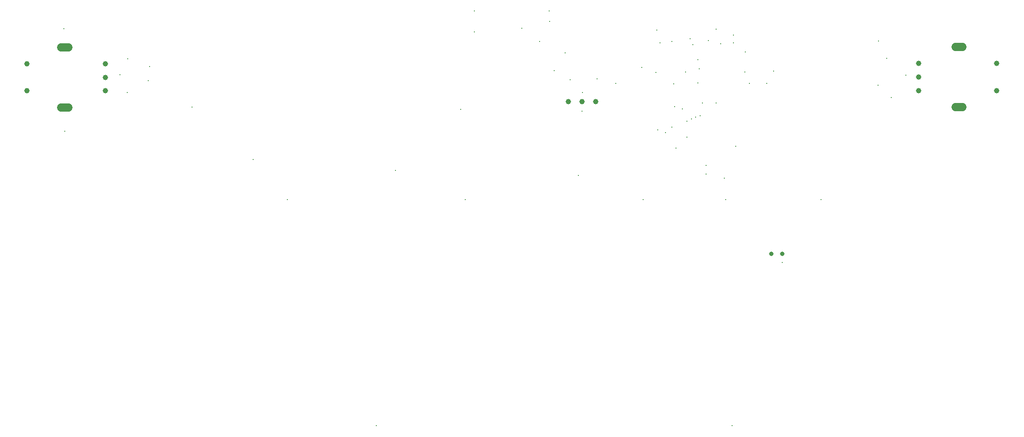
<source format=gbr>
%TF.GenerationSoftware,KiCad,Pcbnew,8.0.6*%
%TF.CreationDate,2024-11-30T20:26:52+08:00*%
%TF.ProjectId,PH-AC,50482d41-432e-46b6-9963-61645f706362,Rev2.3*%
%TF.SameCoordinates,PX405f7e0PY328b740*%
%TF.FileFunction,Plated,1,2,PTH,Mixed*%
%TF.FilePolarity,Positive*%
%FSLAX46Y46*%
G04 Gerber Fmt 4.6, Leading zero omitted, Abs format (unit mm)*
G04 Created by KiCad (PCBNEW 8.0.6) date 2024-11-30 20:26:52*
%MOMM*%
%LPD*%
G01*
G04 APERTURE LIST*
%TA.AperFunction,ViaDrill*%
%ADD10C,0.300000*%
%TD*%
%TA.AperFunction,ComponentDrill*%
%ADD11C,0.800000*%
%TD*%
%TA.AperFunction,ComponentDrill*%
%ADD12C,1.000000*%
%TD*%
G04 aperture for slot hole*
%TA.AperFunction,ComponentDrill*%
%ADD13C,1.500000*%
%TD*%
G04 APERTURE END LIST*
D10*
X3120000Y-3660000D03*
X3220000Y-22740000D03*
X13480000Y-12240000D03*
X14860000Y-15530000D03*
X14890000Y-9280000D03*
X18750000Y-13310000D03*
X19030000Y-10730000D03*
X26910000Y-18300000D03*
X38250000Y-28025000D03*
X44600000Y-35475000D03*
X61100000Y-77475000D03*
X64650000Y-30025000D03*
X76725000Y-18650000D03*
X77600000Y-35475000D03*
X79300000Y-425000D03*
X79300000Y-4325000D03*
X88073060Y-3655000D03*
X91350000Y-6075000D03*
X93200000Y-425000D03*
X93250000Y-2375000D03*
X94100000Y-11475000D03*
X96100000Y-8175000D03*
X97100000Y-13190000D03*
X98600000Y-30925000D03*
X99250000Y-19040000D03*
X99310000Y-15550000D03*
X102040000Y-13050000D03*
X105550000Y-13875000D03*
X110370000Y-10925000D03*
X110600000Y-35475000D03*
X112942892Y-11867892D03*
X113150000Y-3925000D03*
X113275000Y-22500000D03*
X113770000Y-6300000D03*
X114780000Y-22980000D03*
X115950000Y-21950000D03*
X115975000Y-6050000D03*
X116250735Y-13974265D03*
X116450000Y-18200000D03*
X116667157Y-25906373D03*
X117900000Y-18600000D03*
X118500000Y-11725000D03*
X118750000Y-20850000D03*
X118750000Y-23824265D03*
X119325000Y-5525000D03*
X119550000Y-20450000D03*
X119825000Y-6650000D03*
X120350003Y-20100000D03*
X120750000Y-13775000D03*
X120800000Y-9425000D03*
X121000000Y-11125000D03*
X121150006Y-19875000D03*
X121650000Y-17476472D03*
X122250000Y-29075000D03*
X122250000Y-30675000D03*
X122700000Y-5925000D03*
X124150000Y-3825000D03*
X124150000Y-17475000D03*
X125000000Y-6475000D03*
X125700000Y-31475000D03*
X125910000Y-35430000D03*
X127100000Y-77475000D03*
X127341422Y-6333578D03*
X127400000Y-4875000D03*
X127800000Y-25575000D03*
X129500000Y-11775000D03*
X129600000Y-7975000D03*
X130310000Y-13860000D03*
X133550000Y-13875000D03*
X134790000Y-11530000D03*
X136430000Y-47120000D03*
X143600000Y-35475000D03*
X154200000Y-14200000D03*
X154300000Y-6025000D03*
X155840000Y-9160000D03*
X156680000Y-16460000D03*
X159340000Y-12310000D03*
D11*
%TO.C,JP1*%
X134425000Y-45525000D03*
X136425000Y-45525000D03*
D12*
%TO.C,VO1*%
X-3750000Y-10250000D03*
X-3750000Y-15250000D03*
X10750000Y-10250000D03*
X10750000Y-12750000D03*
X10750000Y-15250000D03*
%TO.C,J2*%
X96700000Y-17225000D03*
X99240000Y-17225000D03*
X101780000Y-17225000D03*
%TO.C,VO2*%
X161750000Y-10175000D03*
X161750000Y-12675000D03*
X161750000Y-15175000D03*
X176250000Y-10175000D03*
X176250000Y-15175000D03*
D13*
%TO.C,VO1*%
X2600000Y-7150000D02*
X3900000Y-7150000D01*
X2600000Y-18350000D02*
X3900000Y-18350000D01*
%TO.C,VO2*%
X169900000Y-7075000D02*
X168600000Y-7075000D01*
X169900000Y-18275000D02*
X168600000Y-18275000D01*
M02*

</source>
